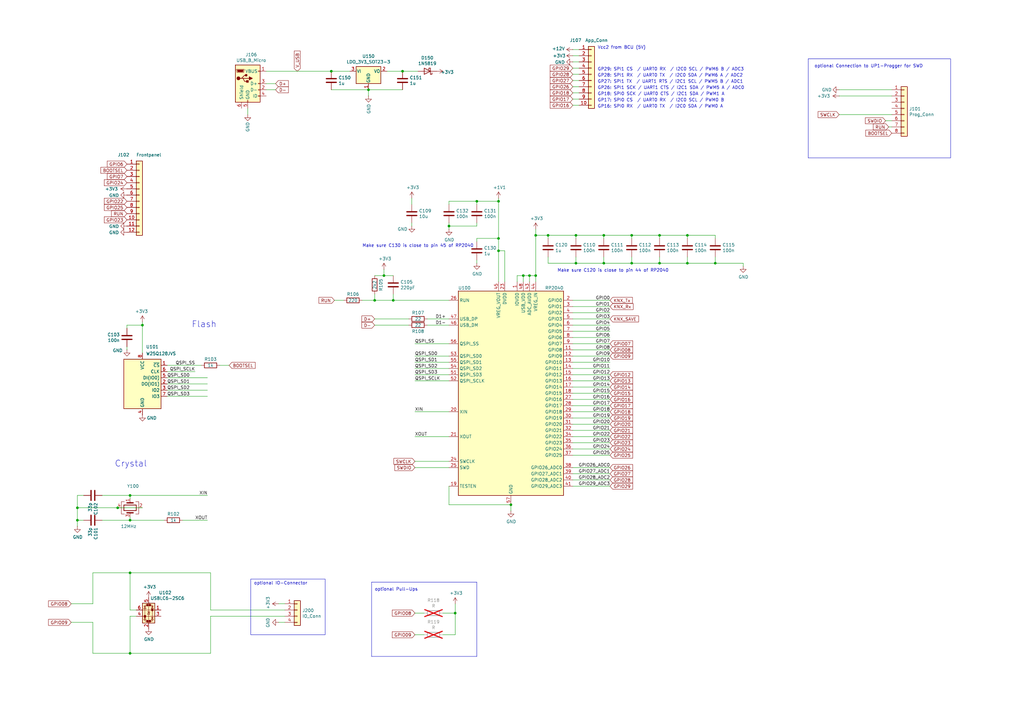
<source format=kicad_sch>
(kicad_sch (version 20231120) (generator "eeschema") (generator_version "8.0")
  (paper "A3")
  (title_block (title "REG1-Controller2040") (date "2024-12-30") (rev "V01.01") (company "OpenKNX") (comment 1 "by Ing-Dom <dom@ing-dom.de>") (comment 2 "OpenKNX Open Hardware under CC BY-NC-SA 4.0") (comment 3 "REG1-Controller with RP2040 and KNX-TP connectivity") (comment 4 "https://OpenKNX.de"))
  (lib_symbols
    (symbol "Connector:USB_B_Micro" (pin_names (offset 1.016))
      (property "Reference" "J" (at -5.08 11.43 0))
      (property "Value" "USB_B_Micro" (at -5.08 8.89 0))
      (symbol "USB_B_Micro_1_1"
        (pin power_out line (at 7.62 5.08 180) (length 2.54) (name "VBUS") (number "1"))
        (pin bidirectional line (at 7.62 -2.54 180) (length 2.54) (name "D-") (number "2"))
        (pin bidirectional line (at 7.62 0 180) (length 2.54) (name "D+") (number "3"))
        (pin passive line (at 7.62 -5.08 180) (length 2.54) (name "ID") (number "4"))
        (pin power_out line (at 0 -10.16 90) (length 2.54) (name "GND") (number "5"))
        (pin passive line (at -2.54 -10.16 90) (length 2.54) (name "Shield") (number "6"))
      )
    )
    (symbol "Connector_Generic:Conn_01x04" (pin_names (offset 1.016) hide)
      (property "Reference" "J" (at 0 5.08 0))
      (property "Value" "Conn_01x04" (at 0 -7.62 0))
      (symbol "Conn_01x04_1_1"
        (pin passive line (at -5.08 2.54 0) (length 3.81) (name "Pin_1") (number "1"))
        (pin passive line (at -5.08 0 0) (length 3.81) (name "Pin_2") (number "2"))
        (pin passive line (at -5.08 -2.54 0) (length 3.81) (name "Pin_3") (number "3"))
        (pin passive line (at -5.08 -5.08 0) (length 3.81) (name "Pin_4") (number "4"))
      )
    )
    (symbol "Connector_Generic:Conn_01x08" (pin_names (offset 1.016) hide)
      (property "Reference" "J" (at 0 10.16 0))
      (property "Value" "Conn_01x08" (at 0 -12.7 0))
      (symbol "Conn_01x08_1_1"
        (pin passive line (at -5.08 7.62 0) (length 3.81) (name "Pin_1") (number "1"))
        (pin passive line (at -5.08 5.08 0) (length 3.81) (name "Pin_2") (number "2"))
        (pin passive line (at -5.08 2.54 0) (length 3.81) (name "Pin_3") (number "3"))
        (pin passive line (at -5.08 0 0) (length 3.81) (name "Pin_4") (number "4"))
        (pin passive line (at -5.08 -2.54 0) (length 3.81) (name "Pin_5") (number "5"))
        (pin passive line (at -5.08 -5.08 0) (length 3.81) (name "Pin_6") (number "6"))
        (pin passive line (at -5.08 -7.62 0) (length 3.81) (name "Pin_7") (number "7"))
        (pin passive line (at -5.08 -10.16 0) (length 3.81) (name "Pin_8") (number "8"))
      )
    )
    (symbol "Connector_Generic:Conn_01x10" (pin_names (offset 1.016) hide)
      (property "Reference" "J" (at 0 12.7 0))
      (property "Value" "Conn_01x10" (at 0 -15.24 0))
      (symbol "Conn_01x10_1_1"
        (pin passive line (at -5.08 10.16 0) (length 3.81) (name "Pin_1") (number "1"))
        (pin passive line (at -5.08 -12.7 0) (length 3.81) (name "Pin_10") (number "10"))
        (pin passive line (at -5.08 7.62 0) (length 3.81) (name "Pin_2") (number "2"))
        (pin passive line (at -5.08 5.08 0) (length 3.81) (name "Pin_3") (number "3"))
        (pin passive line (at -5.08 2.54 0) (length 3.81) (name "Pin_4") (number "4"))
        (pin passive line (at -5.08 0 0) (length 3.81) (name "Pin_5") (number "5"))
        (pin passive line (at -5.08 -2.54 0) (length 3.81) (name "Pin_6") (number "6"))
        (pin passive line (at -5.08 -5.08 0) (length 3.81) (name "Pin_7") (number "7"))
        (pin passive line (at -5.08 -7.62 0) (length 3.81) (name "Pin_8") (number "8"))
        (pin passive line (at -5.08 -10.16 0) (length 3.81) (name "Pin_9") (number "9"))
      )
    )
    (symbol "Connector_Generic:Conn_01x12" (pin_names (offset 1.016) hide)
      (property "Reference" "J" (at 0 15.24 0))
      (property "Value" "Conn_01x12" (at 0 -17.78 0))
      (symbol "Conn_01x12_1_1"
        (pin passive line (at -5.08 12.7 0) (length 3.81) (name "Pin_1") (number "1"))
        (pin passive line (at -5.08 -10.16 0) (length 3.81) (name "Pin_10") (number "10"))
        (pin passive line (at -5.08 -12.7 0) (length 3.81) (name "Pin_11") (number "11"))
        (pin passive line (at -5.08 -15.24 0) (length 3.81) (name "Pin_12") (number "12"))
        (pin passive line (at -5.08 10.16 0) (length 3.81) (name "Pin_2") (number "2"))
        (pin passive line (at -5.08 7.62 0) (length 3.81) (name "Pin_3") (number "3"))
        (pin passive line (at -5.08 5.08 0) (length 3.81) (name "Pin_4") (number "4"))
        (pin passive line (at -5.08 2.54 0) (length 3.81) (name "Pin_5") (number "5"))
        (pin passive line (at -5.08 0 0) (length 3.81) (name "Pin_6") (number "6"))
        (pin passive line (at -5.08 -2.54 0) (length 3.81) (name "Pin_7") (number "7"))
        (pin passive line (at -5.08 -5.08 0) (length 3.81) (name "Pin_8") (number "8"))
        (pin passive line (at -5.08 -7.62 0) (length 3.81) (name "Pin_9") (number "9"))
      )
    )
    (symbol "Device:C" (pin_numbers hide) (pin_names (offset 0.254))
      (property "Reference" "C" (at 0.635 2.54 0))
      (property "Value" "C" (at 0.635 -2.54 0))
      (symbol "C_1_1"
        (pin passive line (at 0 3.81 270) (length 2.794) (name "~") (number "1"))
        (pin passive line (at 0 -3.81 90) (length 2.794) (name "~") (number "2"))
      )
    )
    (symbol "Device:Crystal_GND24" (pin_names (offset 1.016) hide)
      (property "Reference" "Y" (at 3.175 5.08 0))
      (property "Value" "Crystal_GND24" (at 3.175 3.175 0))
      (symbol "Crystal_GND24_1_1"
        (pin passive line (at -3.81 0 0) (length 1.27) (name "1") (number "1"))
        (pin passive line (at 0 5.08 270) (length 1.27) (name "2") (number "2"))
        (pin passive line (at 3.81 0 180) (length 1.27) (name "3") (number "3"))
        (pin passive line (at 0 -5.08 90) (length 1.27) (name "4") (number "4"))
      )
    )
    (symbol "Device:R" (pin_numbers hide) (pin_names (offset 0))
      (property "Reference" "R" (at 2.032 0 90))
      (property "Value" "R" (at 0 0 90))
      (symbol "R_1_1"
        (pin passive line (at 0 3.81 270) (length 1.27) (name "~") (number "1"))
        (pin passive line (at 0 -3.81 90) (length 1.27) (name "~") (number "2"))
      )
    )
    (symbol "Diode:1N5819" (pin_numbers hide) (pin_names (offset 1.016) hide)
      (property "Reference" "D" (at 0 2.54 0))
      (property "Value" "1N5819" (at 0 -2.54 0))
      (symbol "1N5819_1_1"
        (pin passive line (at -3.81 0 0) (length 2.54) (name "K") (number "1"))
        (pin passive line (at 3.81 0 180) (length 2.54) (name "A") (number "2"))
      )
    )
    (symbol "MCU_RaspberryPi:RP2040"
      (property "Reference" "U" (at 17.78 45.72 0))
      (property "Value" "RP2040" (at 17.78 43.18 0))
      (symbol "RP2040_1_1"
        (pin power_in line (at 2.54 45.72 270) (length 3.81) (name "IOVDD") (number "1"))
        (pin passive line (at 2.54 45.72 270) (length 3.81) hide (name "IOVDD") (number "10"))
        (pin bidirectional line (at 25.4 17.78 180) (length 3.81) (name "GPIO8") (number "11"))
        (pin bidirectional line (at 25.4 15.24 180) (length 3.81) (name "GPIO9") (number "12"))
        (pin bidirectional line (at 25.4 12.7 180) (length 3.81) (name "GPIO10") (number "13"))
        (pin bidirectional line (at 25.4 10.16 180) (length 3.81) (name "GPIO11") (number "14"))
        (pin bidirectional line (at 25.4 7.62 180) (length 3.81) (name "GPIO12") (number "15"))
        (pin bidirectional line (at 25.4 5.08 180) (length 3.81) (name "GPIO13") (number "16"))
        (pin bidirectional line (at 25.4 2.54 180) (length 3.81) (name "GPIO14") (number "17"))
        (pin bidirectional line (at 25.4 0 180) (length 3.81) (name "GPIO15") (number "18"))
        (pin input line (at -25.4 -38.1 0) (length 3.81) (name "TESTEN") (number "19"))
        (pin bidirectional line (at 25.4 38.1 180) (length 3.81) (name "GPIO0") (number "2"))
        (pin input line (at -25.4 -7.62 0) (length 3.81) (name "XIN") (number "20"))
        (pin passive line (at -25.4 -17.78 0) (length 3.81) (name "XOUT") (number "21"))
        (pin passive line (at 2.54 45.72 270) (length 3.81) hide (name "IOVDD") (number "22"))
        (pin power_in line (at -2.54 45.72 270) (length 3.81) (name "DVDD") (number "23"))
        (pin input line (at -25.4 -27.94 0) (length 3.81) (name "SWCLK") (number "24"))
        (pin bidirectional line (at -25.4 -30.48 0) (length 3.81) (name "SWD") (number "25"))
        (pin input line (at -25.4 38.1 0) (length 3.81) (name "RUN") (number "26"))
        (pin bidirectional line (at 25.4 -2.54 180) (length 3.81) (name "GPIO16") (number "27"))
        (pin bidirectional line (at 25.4 -5.08 180) (length 3.81) (name "GPIO17") (number "28"))
        (pin bidirectional line (at 25.4 -7.62 180) (length 3.81) (name "GPIO18") (number "29"))
        (pin bidirectional line (at 25.4 35.56 180) (length 3.81) (name "GPIO1") (number "3"))
        (pin bidirectional line (at 25.4 -10.16 180) (length 3.81) (name "GPIO19") (number "30"))
        (pin bidirectional line (at 25.4 -12.7 180) (length 3.81) (name "GPIO20") (number "31"))
        (pin bidirectional line (at 25.4 -15.24 180) (length 3.81) (name "GPIO21") (number "32"))
        (pin passive line (at 2.54 45.72 270) (length 3.81) hide (name "IOVDD") (number "33"))
        (pin bidirectional line (at 25.4 -17.78 180) (length 3.81) (name "GPIO22") (number "34"))
        (pin bidirectional line (at 25.4 -20.32 180) (length 3.81) (name "GPIO23") (number "35"))
        (pin bidirectional line (at 25.4 -22.86 180) (length 3.81) (name "GPIO24") (number "36"))
        (pin bidirectional line (at 25.4 -25.4 180) (length 3.81) (name "GPIO25") (number "37"))
        (pin bidirectional line (at 25.4 -30.48 180) (length 3.81) (name "GPIO26_ADC0") (number "38"))
        (pin bidirectional line (at 25.4 -33.02 180) (length 3.81) (name "GPIO27_ADC1") (number "39"))
        (pin bidirectional line (at 25.4 33.02 180) (length 3.81) (name "GPIO2") (number "4"))
        (pin bidirectional line (at 25.4 -35.56 180) (length 3.81) (name "GPIO28_ADC2") (number "40"))
        (pin bidirectional line (at 25.4 -38.1 180) (length 3.81) (name "GPIO29_ADC3") (number "41"))
        (pin passive line (at 2.54 45.72 270) (length 3.81) hide (name "IOVDD") (number "42"))
        (pin power_in line (at 7.62 45.72 270) (length 3.81) (name "ADC_AVDD") (number "43"))
        (pin power_in line (at 10.16 45.72 270) (length 3.81) (name "VREG_IN") (number "44"))
        (pin power_out line (at -5.08 45.72 270) (length 3.81) (name "VREG_VOUT") (number "45"))
        (pin bidirectional line (at -25.4 27.94 0) (length 3.81) (name "USB_DM") (number "46"))
        (pin bidirectional line (at -25.4 30.48 0) (length 3.81) (name "USB_DP") (number "47"))
        (pin power_in line (at 5.08 45.72 270) (length 3.81) (name "USB_VDD") (number "48"))
        (pin passive line (at 2.54 45.72 270) (length 3.81) hide (name "IOVDD") (number "49"))
        (pin bidirectional line (at 25.4 30.48 180) (length 3.81) (name "GPIO3") (number "5"))
        (pin passive line (at -2.54 45.72 270) (length 3.81) hide (name "DVDD") (number "50"))
        (pin bidirectional line (at -25.4 7.62 0) (length 3.81) (name "QSPI_SD3") (number "51"))
        (pin output line (at -25.4 5.08 0) (length 3.81) (name "QSPI_SCLK") (number "52"))
        (pin bidirectional line (at -25.4 15.24 0) (length 3.81) (name "QSPI_SD0") (number "53"))
        (pin bidirectional line (at -25.4 10.16 0) (length 3.81) (name "QSPI_SD2") (number "54"))
        (pin bidirectional line (at -25.4 12.7 0) (length 3.81) (name "QSPI_SD1") (number "55"))
        (pin bidirectional line (at -25.4 20.32 0) (length 3.81) (name "QSPI_SS") (number "56"))
        (pin power_in line (at 0 -45.72 90) (length 3.81) (name "GND") (number "57"))
        (pin bidirectional line (at 25.4 27.94 180) (length 3.81) (name "GPIO4") (number "6"))
        (pin bidirectional line (at 25.4 25.4 180) (length 3.81) (name "GPIO5") (number "7"))
        (pin bidirectional line (at 25.4 22.86 180) (length 3.81) (name "GPIO6") (number "8"))
        (pin bidirectional line (at 25.4 20.32 180) (length 3.81) (name "GPIO7") (number "9"))
      )
    )
    (symbol "Memory_Flash:W25Q128JVS"
      (property "Reference" "U" (at -6.35 11.43 0))
      (property "Value" "W25Q128JVS" (at 7.62 11.43 0))
      (symbol "W25Q128JVS_1_1"
        (pin input line (at -10.16 7.62 0) (length 2.54) (name "~{CS}") (number "1"))
        (pin bidirectional line (at -10.16 0 0) (length 2.54) (name "DO(IO1)") (number "2"))
        (pin bidirectional line (at -10.16 -2.54 0) (length 2.54) (name "IO2") (number "3"))
        (pin power_in line (at 0 -12.7 90) (length 2.54) (name "GND") (number "4"))
        (pin bidirectional line (at -10.16 2.54 0) (length 2.54) (name "DI(IO0)") (number "5"))
        (pin input line (at -10.16 5.08 0) (length 2.54) (name "CLK") (number "6"))
        (pin bidirectional line (at -10.16 -5.08 0) (length 2.54) (name "IO3") (number "7"))
        (pin power_in line (at 0 12.7 270) (length 2.54) (name "VCC") (number "8"))
      )
    )
    (symbol "Power_Protection:USBLC6-2SC6" (pin_names hide)
      (property "Reference" "U" (at 0.635 5.715 0))
      (property "Value" "USBLC6-2SC6" (at 0.635 3.81 0))
      (symbol "USBLC6-2SC6_1_1"
        (pin passive line (at -5.08 0 0) (length 2.54) (name "I/O1") (number "1"))
        (pin passive line (at 0 -7.62 90) (length 2.54) (name "GND") (number "2"))
        (pin passive line (at -5.08 -2.54 0) (length 2.54) (name "I/O2") (number "3"))
        (pin passive line (at 5.08 -2.54 180) (length 2.54) (name "I/O2") (number "4"))
        (pin passive line (at 0 5.08 270) (length 2.54) (name "VBUS") (number "5"))
        (pin passive line (at 5.08 0 180) (length 2.54) (name "I/O1") (number "6"))
      )
    )
    (symbol "Regulator_Linear:MCP1700x-120xxTT" (pin_names (offset 0.254))
      (property "Reference" "U" (at -3.81 3.175 0))
      (property "Value" "MCP1700x-120xxTT" (at 0 3.175 0))
      (symbol "MCP1700x-120xxTT_1_1"
        (pin power_in line (at 0 -7.62 90) (length 2.54) (name "GND") (number "1"))
        (pin power_out line (at 7.62 0 180) (length 2.54) (name "VO") (number "2"))
        (pin power_in line (at -7.62 0 0) (length 2.54) (name "VI") (number "3"))
      )
    )
    (symbol "power:+12V" (power) (pin_numbers hide) (pin_names (offset 0) hide)
      (property "Value" "+12V" (at 0 3.556 0))
      (symbol "+12V_1_1"
        (pin power_in line (at 0 0 90) (length 0) (name "~") (number "1"))
      )
    )
    (symbol "power:+1V1" (power) (pin_numbers hide) (pin_names (offset 0) hide)
      (property "Value" "+1V1" (at 0 3.556 0))
      (symbol "+1V1_1_1"
        (pin power_in line (at 0 0 90) (length 0) (name "~") (number "1"))
      )
    )
    (symbol "power:+3V3" (power) (pin_numbers hide) (pin_names (offset 0) hide)
      (property "Value" "+3V3" (at 0 3.556 0))
      (symbol "+3V3_1_1"
        (pin power_in line (at 0 0 90) (length 0) (name "~") (number "1"))
      )
    )
    (symbol "power:GND" (power) (pin_numbers hide) (pin_names (offset 0) hide)
      (property "Value" "GND" (at 0 -3.81 0))
      (symbol "GND_1_1"
        (pin power_in line (at 0 0 270) (length 0) (name "~") (number "1"))
      )
    )
  )
  (junction (at 161.29 123.19))
  (junction (at 195.58 82.55))
  (junction (at 204.47 97.79))
  (junction (at 48.26 208.28))
  (junction (at 58.42 133.35))
  (junction (at 31.75 213.36))
  (junction (at 204.47 102.87))
  (junction (at 135.89 29.21))
  (junction (at 165.1 29.21))
  (junction (at 214.63 113.03))
  (junction (at 236.22 107.95))
  (junction (at 53.34 267.97))
  (junction (at 293.37 107.95))
  (junction (at 259.08 96.52))
  (junction (at 270.51 107.95))
  (junction (at 270.51 96.52))
  (junction (at 281.94 96.52))
  (junction (at 53.34 234.95))
  (junction (at 204.47 82.55))
  (junction (at 184.15 92.71))
  (junction (at 31.75 208.28))
  (junction (at 219.71 113.03))
  (junction (at 153.67 123.19))
  (junction (at 259.08 107.95))
  (junction (at 247.65 96.52))
  (junction (at 209.55 207.01))
  (junction (at 224.79 96.52))
  (junction (at 219.71 96.52))
  (junction (at 157.48 113.03))
  (junction (at 236.22 96.52))
  (junction (at 53.34 203.2))
  (junction (at 186.69 251.46))
  (junction (at 281.94 107.95))
  (junction (at 53.34 213.36))
  (junction (at 151.13 36.83))
  (junction (at 217.17 113.03))
  (junction (at 247.65 107.95))
  (wire (pts (xy 184.15 140.97) (xy 170.18 140.97)))
  (wire (pts (xy 293.37 107.95) (xy 281.94 107.95)))
  (wire (pts (xy 234.95 146.05) (xy 250.19 146.05)))
  (wire (pts (xy 224.79 96.52) (xy 224.79 97.79)))
  (wire (pts (xy 234.95 151.13) (xy 250.19 151.13)))
  (wire (pts (xy 204.47 82.55) (xy 204.47 97.79)))
  (wire (pts (xy 184.15 189.23) (xy 170.18 189.23)))
  (wire (pts (xy 234.95 184.15) (xy 250.19 184.15)))
  (wire (pts (xy 224.79 107.95) (xy 224.79 105.41)))
  (wire (pts (xy 281.94 96.52) (xy 293.37 96.52)))
  (wire (pts (xy 234.95 158.75) (xy 250.19 158.75)))
  (wire (pts (xy 270.51 105.41) (xy 270.51 107.95)))
  (wire (pts (xy 184.15 92.71) (xy 184.15 93.98)))
  (wire (pts (xy 204.47 81.28) (xy 204.47 82.55)))
  (wire (pts (xy 29.21 255.27) (xy 38.1 255.27)))
  (wire (pts (xy 184.15 83.82) (xy 184.15 82.55)))
  (wire (pts (xy 38.1 267.97) (xy 53.34 267.97)))
  (wire (pts (xy 247.65 97.79) (xy 247.65 96.52)))
  (wire (pts (xy 247.65 107.95) (xy 236.22 107.95)))
  (wire (pts (xy 247.65 105.41) (xy 247.65 107.95)))
  (wire (pts (xy 52.07 134.62) (xy 52.07 133.35)))
  (wire (pts (xy 38.1 234.95) (xy 53.34 234.95)))
  (wire (pts (xy 116.84 250.19) (xy 86.36 250.19)))
  (wire (pts (xy 234.95 25.4) (xy 237.49 25.4)))
  (wire (pts (xy 31.75 208.28) (xy 31.75 213.36)))
  (wire (pts (xy 234.95 181.61) (xy 250.19 181.61)))
  (wire (pts (xy 53.34 212.09) (xy 53.34 213.36)))
  (wire (pts (xy 207.01 115.57) (xy 207.01 102.87)))
  (wire (pts (xy 270.51 96.52) (xy 281.94 96.52)))
  (wire (pts (xy 148.59 123.19) (xy 153.67 123.19)))
  (wire (pts (xy 234.95 38.1) (xy 237.49 38.1)))
  (wire (pts (xy 168.91 81.28) (xy 168.91 83.82)))
  (wire (pts (xy 31.75 213.36) (xy 31.75 215.9)))
  (wire (pts (xy 234.95 161.29) (xy 250.19 161.29)))
  (wire (pts (xy 86.36 250.19) (xy 86.36 234.95)))
  (wire (pts (xy 234.95 179.07) (xy 250.19 179.07)))
  (wire (pts (xy 259.08 97.79) (xy 259.08 96.52)))
  (wire (pts (xy 168.91 91.44) (xy 168.91 92.71)))
  (wire (pts (xy 53.34 267.97) (xy 86.36 267.97)))
  (polyline (pts (xy 195.58 238.76) (xy 195.58 269.24)))
  (wire (pts (xy 344.17 39.37) (xy 365.76 39.37)))
  (wire (pts (xy 234.95 166.37) (xy 250.19 166.37)))
  (wire (pts (xy 195.58 83.82) (xy 195.58 82.55)))
  (wire (pts (xy 234.95 125.73) (xy 250.19 125.73)))
  (wire (pts (xy 234.95 191.77) (xy 250.19 191.77)))
  (wire (pts (xy 58.42 132.08) (xy 58.42 133.35)))
  (wire (pts (xy 195.58 99.06) (xy 195.58 97.79)))
  (wire (pts (xy 237.49 30.48) (xy 234.95 30.48)))
  (wire (pts (xy 281.94 105.41) (xy 281.94 107.95)))
  (wire (pts (xy 170.18 148.59) (xy 184.15 148.59)))
  (wire (pts (xy 270.51 97.79) (xy 270.51 96.52)))
  (wire (pts (xy 214.63 113.03) (xy 212.09 113.03)))
  (wire (pts (xy 217.17 115.57) (xy 217.17 113.03)))
  (wire (pts (xy 143.51 29.21) (xy 135.89 29.21)))
  (wire (pts (xy 195.58 97.79) (xy 204.47 97.79)))
  (wire (pts (xy 234.95 40.64) (xy 237.49 40.64)))
  (wire (pts (xy 53.34 213.36) (xy 67.31 213.36)))
  (wire (pts (xy 41.91 213.36) (xy 53.34 213.36)))
  (wire (pts (xy 281.94 107.95) (xy 270.51 107.95)))
  (wire (pts (xy 234.95 143.51) (xy 250.19 143.51)))
  (wire (pts (xy 234.95 128.27) (xy 250.19 128.27)))
  (wire (pts (xy 52.07 133.35) (xy 58.42 133.35)))
  (wire (pts (xy 259.08 96.52) (xy 270.51 96.52)))
  (wire (pts (xy 158.75 29.21) (xy 165.1 29.21)))
  (wire (pts (xy 184.15 91.44) (xy 184.15 92.71)))
  (wire (pts (xy 173.99 260.35) (xy 170.18 260.35)))
  (wire (pts (xy 234.95 20.32) (xy 237.49 20.32)))
  (wire (pts (xy 234.95 186.69) (xy 250.19 186.69)))
  (wire (pts (xy 186.69 260.35) (xy 186.69 251.46)))
  (wire (pts (xy 181.61 251.46) (xy 186.69 251.46)))
  (wire (pts (xy 219.71 113.03) (xy 219.71 115.57)))
  (wire (pts (xy 234.95 176.53) (xy 250.19 176.53)))
  (wire (pts (xy 236.22 107.95) (xy 224.79 107.95)))
  (wire (pts (xy 170.18 151.13) (xy 184.15 151.13)))
  (wire (pts (xy 52.07 142.24) (xy 52.07 143.51)))
  (wire (pts (xy 48.26 208.28) (xy 31.75 208.28)))
  (wire (pts (xy 344.17 36.83) (xy 365.76 36.83)))
  (wire (pts (xy 184.15 92.71) (xy 195.58 92.71)))
  (wire (pts (xy 137.16 123.19) (xy 140.97 123.19)))
  (wire (pts (xy 53.34 203.2) (xy 85.09 203.2)))
  (wire (pts (xy 85.09 157.48) (xy 68.58 157.48)))
  (wire (pts (xy 116.84 247.65) (xy 114.3 247.65)))
  (wire (pts (xy 234.95 133.35) (xy 250.19 133.35)))
  (wire (pts (xy 53.34 234.95) (xy 86.36 234.95)))
  (wire (pts (xy 167.64 130.81) (xy 153.67 130.81)))
  (wire (pts (xy 85.09 154.94) (xy 68.58 154.94)))
  (wire (pts (xy 171.45 29.21) (xy 165.1 29.21)))
  (wire (pts (xy 55.88 250.19) (xy 53.34 250.19)))
  (wire (pts (xy 293.37 105.41) (xy 293.37 107.95)))
  (wire (pts (xy 184.15 156.21) (xy 170.18 156.21)))
  (wire (pts (xy 109.22 34.29) (xy 113.03 34.29)))
  (wire (pts (xy 86.36 252.73) (xy 116.84 252.73)))
  (wire (pts (xy 234.95 196.85) (xy 250.19 196.85)))
  (wire (pts (xy 344.17 46.99) (xy 365.76 46.99)))
  (wire (pts (xy 153.67 120.65) (xy 153.67 123.19)))
  (wire (pts (xy 58.42 133.35) (xy 58.42 144.78)))
  (wire (pts (xy 234.95 199.39) (xy 250.19 199.39)))
  (wire (pts (xy 217.17 113.03) (xy 219.71 113.03)))
  (wire (pts (xy 157.48 110.49) (xy 157.48 113.03)))
  (wire (pts (xy 58.42 208.28) (xy 48.26 208.28)))
  (wire (pts (xy 217.17 113.03) (xy 214.63 113.03)))
  (wire (pts (xy 29.21 247.65) (xy 38.1 247.65)))
  (wire (pts (xy 109.22 29.21) (xy 135.89 29.21)))
  (wire (pts (xy 85.09 160.02) (xy 68.58 160.02)))
  (wire (pts (xy 153.67 123.19) (xy 161.29 123.19)))
  (wire (pts (xy 270.51 107.95) (xy 259.08 107.95)))
  (wire (pts (xy 234.95 33.02) (xy 237.49 33.02)))
  (wire (pts (xy 204.47 97.79) (xy 204.47 102.87)))
  (wire (pts (xy 234.95 148.59) (xy 250.19 148.59)))
  (wire (pts (xy 170.18 251.46) (xy 173.99 251.46)))
  (wire (pts (xy 204.47 102.87) (xy 204.47 115.57)))
  (wire (pts (xy 234.95 163.83) (xy 250.19 163.83)))
  (wire (pts (xy 234.95 156.21) (xy 250.19 156.21)))
  (wire (pts (xy 153.67 133.35) (xy 167.64 133.35)))
  (wire (pts (xy 207.01 102.87) (xy 204.47 102.87)))
  (wire (pts (xy 161.29 113.03) (xy 157.48 113.03)))
  (wire (pts (xy 157.48 113.03) (xy 153.67 113.03)))
  (wire (pts (xy 55.88 252.73) (xy 53.34 252.73)))
  (wire (pts (xy 184.15 179.07) (xy 170.18 179.07)))
  (wire (pts (xy 170.18 168.91) (xy 184.15 168.91)))
  (wire (pts (xy 293.37 107.95) (xy 304.8 107.95)))
  (wire (pts (xy 161.29 123.19) (xy 184.15 123.19)))
  (wire (pts (xy 74.93 213.36) (xy 85.09 213.36)))
  (wire (pts (xy 80.01 152.4) (xy 68.58 152.4)))
  (wire (pts (xy 53.34 252.73) (xy 53.34 267.97)))
  (wire (pts (xy 101.6 44.45) (xy 101.6 46.99)))
  (wire (pts (xy 86.36 267.97) (xy 86.36 252.73)))
  (wire (pts (xy 219.71 93.98) (xy 219.71 96.52)))
  (wire (pts (xy 363.22 49.53) (xy 365.76 49.53)))
  (wire (pts (xy 304.8 107.95) (xy 304.8 109.22)))
  (wire (pts (xy 237.49 43.18) (xy 234.95 43.18)))
  (wire (pts (xy 113.03 36.83) (xy 109.22 36.83)))
  (wire (pts (xy 224.79 96.52) (xy 236.22 96.52)))
  (wire (pts (xy 41.91 203.2) (xy 53.34 203.2)))
  (wire (pts (xy 85.09 162.56) (xy 68.58 162.56)))
  (wire (pts (xy 195.58 82.55) (xy 204.47 82.55)))
  (wire (pts (xy 151.13 36.83) (xy 165.1 36.83)))
  (wire (pts (xy 209.55 207.01) (xy 209.55 209.55)))
  (wire (pts (xy 209.55 207.01) (xy 184.15 207.01)))
  (polyline (pts (xy 152.4 238.76) (xy 195.58 238.76)))
  (wire (pts (xy 234.95 123.19) (xy 250.19 123.19)))
  (wire (pts (xy 236.22 97.79) (xy 236.22 96.52)))
  (wire (pts (xy 237.49 35.56) (xy 234.95 35.56)))
  (wire (pts (xy 212.09 113.03) (xy 212.09 115.57)))
  (wire (pts (xy 161.29 120.65) (xy 161.29 123.19)))
  (polyline (pts (xy 152.4 269.24) (xy 152.4 238.76)))
  (wire (pts (xy 31.75 203.2) (xy 31.75 208.28)))
  (wire (pts (xy 234.95 140.97) (xy 250.19 140.97)))
  (wire (pts (xy 234.95 194.31) (xy 250.19 194.31)))
  (wire (pts (xy 234.95 22.86) (xy 237.49 22.86)))
  (wire (pts (xy 219.71 96.52) (xy 219.71 113.03)))
  (wire (pts (xy 259.08 107.95) (xy 247.65 107.95)))
  (wire (pts (xy 234.95 153.67) (xy 250.19 153.67)))
  (wire (pts (xy 234.95 138.43) (xy 250.19 138.43)))
  (wire (pts (xy 53.34 250.19) (xy 53.34 234.95)))
  (wire (pts (xy 234.95 130.81) (xy 250.19 130.81)))
  (polyline (pts (xy 195.58 269.24) (xy 152.4 269.24)))
  (wire (pts (xy 170.18 146.05) (xy 184.15 146.05)))
  (wire (pts (xy 170.18 153.67) (xy 184.15 153.67)))
  (wire (pts (xy 34.29 213.36) (xy 31.75 213.36)))
  (wire (pts (xy 184.15 207.01) (xy 184.15 199.39)))
  (wire (pts (xy 236.22 96.52) (xy 247.65 96.52)))
  (wire (pts (xy 214.63 113.03) (xy 214.63 115.57)))
  (wire (pts (xy 195.58 92.71) (xy 195.58 91.44)))
  (wire (pts (xy 236.22 105.41) (xy 236.22 107.95)))
  (wire (pts (xy 53.34 204.47) (xy 53.34 203.2)))
  (wire (pts (xy 364.49 52.07) (xy 365.76 52.07)))
  (wire (pts (xy 186.69 251.46) (xy 186.69 247.65)))
  (wire (pts (xy 281.94 97.79) (xy 281.94 96.52)))
  (wire (pts (xy 151.13 36.83) (xy 151.13 39.37)))
  (wire (pts (xy 82.55 149.86) (xy 68.58 149.86)))
  (wire (pts (xy 175.26 133.35) (xy 184.15 133.35)))
  (wire (pts (xy 293.37 97.79) (xy 293.37 96.52)))
  (wire (pts (xy 184.15 191.77) (xy 170.18 191.77)))
  (wire (pts (xy 175.26 130.81) (xy 184.15 130.81)))
  (wire (pts (xy 184.15 82.55) (xy 195.58 82.55)))
  (wire (pts (xy 234.95 171.45) (xy 250.19 171.45)))
  (wire (pts (xy 116.84 255.27) (xy 114.3 255.27)))
  (wire (pts (xy 259.08 105.41) (xy 259.08 107.95)))
  (wire (pts (xy 234.95 135.89) (xy 250.19 135.89)))
  (wire (pts (xy 234.95 168.91) (xy 250.19 168.91)))
  (wire (pts (xy 195.58 106.68) (xy 195.58 107.95)))
  (wire (pts (xy 181.61 260.35) (xy 186.69 260.35)))
  (wire (pts (xy 38.1 255.27) (xy 38.1 267.97)))
  (wire (pts (xy 219.71 96.52) (xy 224.79 96.52)))
  (wire (pts (xy 234.95 173.99) (xy 250.19 173.99)))
  (wire (pts (xy 34.29 203.2) (xy 31.75 203.2)))
  (wire (pts (xy 93.98 149.86) (xy 90.17 149.86)))
  (wire (pts (xy 247.65 96.52) (xy 259.08 96.52)))
  (wire (pts (xy 234.95 27.94) (xy 237.49 27.94)))
  (wire (pts (xy 135.89 36.83) (xy 151.13 36.83)))
  (wire (pts (xy 38.1 234.95) (xy 38.1 247.65)))
  (rectangle (start 102.87 237.49) (end 133.35 260.35))
  (rectangle (start 331.47 24.13) (end 389.89 64.77))
  (text "GP18: SPI0 SCK / UART0 CTS / I2C1 SDA / PWM1 A" (at 245.11 39.37 0) (effects (font (size 1.27 1.27)) (justify left bottom)))
  (text "GP16: SPI0 RX  / UART0 TX  / I2C0 SDA / PWM0 A" (at 245.11 44.45 0) (effects (font (size 1.27 1.27)) (justify left bottom)))
  (text "optional Connection to UP1-Progger for SWD" (at 334.01 27.94 0) (effects (font (size 1.27 1.27)) (justify left bottom)))
  (text "Make sure C130 is close to pin 45 of RP2040" (at 148.59 101.6 0) (effects (font (size 1.27 1.27)) (justify left bottom)))
  (text "GP17: SPI0 CS  / UART0 RX  / I2C0 SCL / PWM0 B" (at 245.11 41.91 0) (effects (font (size 1.27 1.27)) (justify left bottom)))
  (text "Vcc2 from BCU (5V)" (at 245.11 20.32 0) (effects (font (size 1.27 1.27)) (justify left bottom)))
  (text "GP29: SPI1 CS  / UART0 RX  / I2C0 SCL / PWM6 B / ADC3" (at 245.11 29.21 0) (effects (font (size 1.27 1.27)) (justify left bottom)))
  (text "Flash" (at 88.9 134.62 0) (effects (font (size 2.54 2.54)) (justify right bottom)))
  (text "GP28: SPI1 RX  / UART0 TX  / I2C0 SDA / PWM6 A / ADC2" (at 245.11 31.75 0) (effects (font (size 1.27 1.27)) (justify left bottom)))
  (text "GP26: SPI1 SCK / UART1 CTS / I2C1 SDA / PWM5 A / ADC0" (at 245.11 36.83 0) (effects (font (size 1.27 1.27)) (justify left bottom)))
  (text "optional Pull-Ups" (at 153.67 242.57 0) (effects (font (size 1.27 1.27)) (justify left bottom)))
  (text "Crystal" (at 46.99 191.77 0) (effects (font (size 2.54 2.54)) (justify left bottom)))
  (text "GP27: SPI1 TX  / UART1 RTS / I2C1 SCL / PWM5 B / ADC1" (at 245.11 34.29 0) (effects (font (size 1.27 1.27)) (justify left bottom)))
  (text "optional IO-Connector" (at 104.14 240.03 0) (effects (font (size 1.27 1.27)) (justify left bottom)))
  (text "Make sure C120 is close to pin 44 of RP2040" (at 228.6 111.76 0) (effects (font (size 1.27 1.27)) (justify left bottom)))
  (label "GPIO20" (at 250.19 173.99 180))
  (label "GPIO2" (at 250.19 128.27 180))
  (label "D1-" (at 182.88 133.35 180))
  (label "GPIO25" (at 250.19 186.69 180))
  (label "XIN" (at 85.09 203.2 180))
  (label "GPIO1" (at 250.19 125.73 180))
  (label "GPIO26_ADC0" (at 250.19 191.77 180))
  (label "GPIO13" (at 250.19 156.21 180))
  (label "QSPI_SD0" (at 68.58 154.94 0))
  (label "GPIO22" (at 250.19 179.07 180))
  (label "GPIO8" (at 250.19 143.51 180))
  (label "QSPI_SD0" (at 170.18 146.05 0))
  (label "XOUT" (at 85.09 213.36 180))
  (label "GPIO11" (at 250.19 151.13 180))
  (label "GPIO12" (at 250.19 153.67 180))
  (label "XIN" (at 170.18 168.91 0))
  (label "GPIO18" (at 250.19 168.91 180))
  (label "QSPI_SD1" (at 170.18 148.59 0))
  (label "QSPI_SS" (at 80.01 149.86 180))
  (label "GPIO15" (at 250.19 161.29 180))
  (label "XOUT" (at 170.18 179.07 0))
  (label "GPIO29_ADC3" (at 250.19 199.39 180))
  (label "GPIO16" (at 250.19 163.83 180))
  (label "QSPI_SCLK" (at 80.01 152.4 180))
  (label "GPIO21" (at 250.19 176.53 180))
  (label "GPIO24" (at 250.19 184.15 180))
  (label "QSPI_SD2" (at 68.58 160.02 0))
  (label "GPIO10" (at 250.19 148.59 180))
  (label "QSPI_SCLK" (at 170.18 156.21 0))
  (label "QSPI_SD3" (at 170.18 153.67 0))
  (label "GPIO5" (at 250.19 135.89 180))
  (label "GPIO9" (at 250.19 146.05 180))
  (label "GPIO17" (at 250.19 166.37 180))
  (label "QSPI_SD2" (at 170.18 151.13 0))
  (label "GPIO14" (at 250.19 158.75 180))
  (label "QSPI_SS" (at 170.18 140.97 0))
  (label "QSPI_SD1" (at 68.58 157.48 0))
  (label "QSPI_SD3" (at 68.58 162.56 0))
  (label "GPIO23" (at 250.19 181.61 180))
  (label "GPIO19" (at 250.19 171.45 180))
  (label "D1+" (at 182.88 130.81 180))
  (label "GPIO0" (at 250.19 123.19 180))
  (label "GPIO7" (at 250.19 140.97 180))
  (label "GPIO3" (at 250.19 130.81 180))
  (label "GPIO6" (at 250.19 138.43 180))
  (label "GPIO27_ADC1" (at 250.19 194.31 180))
  (label "GPIO4" (at 250.19 133.35 180))
  (label "GPIO28_ADC2" (at 250.19 196.85 180))
  (global_label "D+" (shape input) (at 113.03 34.29 0) (property "Intersheetrefs" "${INTERSHEET_REFS}" (effects (hide yes))))
  (global_label "BOOTSEL" (shape input) (at 365.76 54.61 180) (property "Intersheetrefs" "${INTERSHEET_REFS}" (effects (hide yes))))
  (global_label "GPIO6" (shape input) (at 52.07 67.31 180) (property "Intersheetrefs" "${INTERSHEET_REFS}" (effects (hide yes))))
  (global_label "GPIO13" (shape input) (at 250.19 156.21 0) (property "Intersheetrefs" "${INTERSHEET_REFS}" (effects (hide yes))))
  (global_label "KNX_Tx" (shape input) (at 250.19 123.19 0) (property "Intersheetrefs" "${INTERSHEET_REFS}" (effects (hide yes))))
  (global_label "GPIO15" (shape input) (at 250.19 161.29 0) (property "Intersheetrefs" "${INTERSHEET_REFS}" (effects (hide yes))))
  (global_label "GPIO08" (shape input) (at 250.19 143.51 0) (property "Intersheetrefs" "${INTERSHEET_REFS}" (effects (hide yes))))
  (global_label "RUN" (shape input) (at 137.16 123.19 180) (property "Intersheetrefs" "${INTERSHEET_REFS}" (effects (hide yes))))
  (global_label "GPIO16" (shape input) (at 250.19 163.83 0) (property "Intersheetrefs" "${INTERSHEET_REFS}" (effects (hide yes))))
  (global_label "GPIO24" (shape input) (at 250.19 184.15 0) (property "Intersheetrefs" "${INTERSHEET_REFS}" (effects (hide yes))))
  (global_label "GPIO09" (shape input) (at 170.18 260.35 180) (property "Intersheetrefs" "${INTERSHEET_REFS}" (effects (hide yes))))
  (global_label "BOOTSEL" (shape input) (at 93.98 149.86 0) (property "Intersheetrefs" "${INTERSHEET_REFS}" (effects (hide yes))))
  (global_label "GPIO20" (shape input) (at 250.19 173.99 0) (property "Intersheetrefs" "${INTERSHEET_REFS}" (effects (hide yes))))
  (global_label "GPIO22" (shape input) (at 52.07 82.55 180) (property "Intersheetrefs" "${INTERSHEET_REFS}" (effects (hide yes))))
  (global_label "GPIO24" (shape input) (at 52.07 74.93 180) (property "Intersheetrefs" "${INTERSHEET_REFS}" (effects (hide yes))))
  (global_label "GPIO17" (shape input) (at 250.19 166.37 0) (property "Intersheetrefs" "${INTERSHEET_REFS}" (effects (hide yes))))
  (global_label "D+" (shape input) (at 153.67 130.81 180) (property "Intersheetrefs" "${INTERSHEET_REFS}" (effects (hide yes))))
  (global_label "D-" (shape input) (at 113.03 36.83 0) (property "Intersheetrefs" "${INTERSHEET_REFS}" (effects (hide yes))))
  (global_label "GPIO29" (shape input) (at 234.95 27.94 180) (property "Intersheetrefs" "${INTERSHEET_REFS}" (effects (hide yes))))
  (global_label "GPIO26" (shape input) (at 234.95 35.56 180) (property "Intersheetrefs" "${INTERSHEET_REFS}" (effects (hide yes))))
  (global_label "RUN" (shape input) (at 52.07 87.63 180) (property "Intersheetrefs" "${INTERSHEET_REFS}" (effects (hide yes))))
  (global_label "GPIO27" (shape input) (at 234.95 33.02 180) (property "Intersheetrefs" "${INTERSHEET_REFS}" (effects (hide yes))))
  (global_label "GPIO26" (shape input) (at 250.19 191.77 0) (property "Intersheetrefs" "${INTERSHEET_REFS}" (effects (hide yes))))
  (global_label "GPIO14" (shape input) (at 250.19 158.75 0) (property "Intersheetrefs" "${INTERSHEET_REFS}" (effects (hide yes))))
  (global_label "D-" (shape input) (at 153.67 133.35 180) (property "Intersheetrefs" "${INTERSHEET_REFS}" (effects (hide yes))))
  (global_label "GPIO12" (shape input) (at 250.19 153.67 0) (property "Intersheetrefs" "${INTERSHEET_REFS}" (effects (hide yes))))
  (global_label "GPIO19" (shape input) (at 250.19 171.45 0) (property "Intersheetrefs" "${INTERSHEET_REFS}" (effects (hide yes))))
  (global_label "GPIO16" (shape input) (at 234.95 43.18 180) (property "Intersheetrefs" "${INTERSHEET_REFS}" (effects (hide yes))))
  (global_label "GPIO22" (shape input) (at 250.19 179.07 0) (property "Intersheetrefs" "${INTERSHEET_REFS}" (effects (hide yes))))
  (global_label "GPIO09" (shape input) (at 29.21 255.27 180) (property "Intersheetrefs" "${INTERSHEET_REFS}" (effects (hide yes))))
  (global_label "GPIO08" (shape input) (at 29.21 247.65 180) (property "Intersheetrefs" "${INTERSHEET_REFS}" (effects (hide yes))))
  (global_label "KNX_Rx" (shape input) (at 250.19 125.73 0) (property "Intersheetrefs" "${INTERSHEET_REFS}" (effects (hide yes))))
  (global_label "GPIO23" (shape input) (at 250.19 181.61 0) (property "Intersheetrefs" "${INTERSHEET_REFS}" (effects (hide yes))))
  (global_label "V_USB" (shape input) (at 121.92 29.21 90) (property "Intersheetrefs" "${INTERSHEET_REFS}" (effects (hide yes))))
  (global_label "GPIO08" (shape input) (at 170.18 251.46 180) (property "Intersheetrefs" "${INTERSHEET_REFS}" (effects (hide yes))))
  (global_label "GPIO25" (shape input) (at 52.07 85.09 180) (property "Intersheetrefs" "${INTERSHEET_REFS}" (effects (hide yes))))
  (global_label "GPIO23" (shape input) (at 52.07 90.17 180) (property "Intersheetrefs" "${INTERSHEET_REFS}" (effects (hide yes))))
  (global_label "SWDIO" (shape input) (at 363.22 49.53 180) (property "Intersheetrefs" "${INTERSHEET_REFS}" (effects (hide yes))))
  (global_label "GPIO18" (shape input) (at 250.19 168.91 0) (property "Intersheetrefs" "${INTERSHEET_REFS}" (effects (hide yes))))
  (global_label "BOOTSEL" (shape input) (at 52.07 69.85 180) (property "Intersheetrefs" "${INTERSHEET_REFS}" (effects (hide yes))))
  (global_label "GPIO29" (shape input) (at 250.19 199.39 0) (property "Intersheetrefs" "${INTERSHEET_REFS}" (effects (hide yes))))
  (global_label "GPIO27" (shape input) (at 250.19 194.31 0) (property "Intersheetrefs" "${INTERSHEET_REFS}" (effects (hide yes))))
  (global_label "GPIO07" (shape input) (at 250.19 140.97 0) (property "Intersheetrefs" "${INTERSHEET_REFS}" (effects (hide yes))))
  (global_label "GPIO18" (shape input) (at 234.95 38.1 180) (property "Intersheetrefs" "${INTERSHEET_REFS}" (effects (hide yes))))
  (global_label "KNX_SAVE" (shape input) (at 250.19 130.81 0) (property "Intersheetrefs" "${INTERSHEET_REFS}" (effects (hide yes))))
  (global_label "GPIO25" (shape input) (at 250.19 186.69 0) (property "Intersheetrefs" "${INTERSHEET_REFS}" (effects (hide yes))))
  (global_label "SWDIO" (shape input) (at 170.18 191.77 180) (property "Intersheetrefs" "${INTERSHEET_REFS}" (effects (hide yes))))
  (global_label "GPIO17" (shape input) (at 234.95 40.64 180) (property "Intersheetrefs" "${INTERSHEET_REFS}" (effects (hide yes))))
  (global_label "GPIO7" (shape input) (at 52.07 72.39 180) (property "Intersheetrefs" "${INTERSHEET_REFS}" (effects (hide yes))))
  (global_label "GPIO09" (shape input) (at 250.19 146.05 0) (property "Intersheetrefs" "${INTERSHEET_REFS}" (effects (hide yes))))
  (global_label "GPIO21" (shape input) (at 250.19 176.53 0) (property "Intersheetrefs" "${INTERSHEET_REFS}" (effects (hide yes))))
  (global_label "RUN" (shape input) (at 364.49 52.07 180) (property "Intersheetrefs" "${INTERSHEET_REFS}" (effects (hide yes))))
  (global_label "GPIO28" (shape input) (at 234.95 30.48 180) (property "Intersheetrefs" "${INTERSHEET_REFS}" (effects (hide yes))))
  (global_label "SWCLK" (shape input) (at 344.17 46.99 180) (property "Intersheetrefs" "${INTERSHEET_REFS}" (effects (hide yes))))
  (global_label "SWCLK" (shape input) (at 170.18 189.23 180) (property "Intersheetrefs" "${INTERSHEET_REFS}" (effects (hide yes))))
  (global_label "GPIO28" (shape input) (at 250.19 196.85 0) (property "Intersheetrefs" "${INTERSHEET_REFS}" (effects (hide yes))))
  (symbol (lib_id "Device:C") (at 38.1 203.2 270) (unit 1)
    (property "Reference" "C102" (at 39.2684 206.121 0) (effects (justify left)))
    (property "Value" "33p" (at 36.957 206.121 0) (effects (justify left)))
    (property "Footprint" "Capacitor_SMD:C_0402_1005Metric" (effects (hide yes)))
  )
  (symbol (lib_id "power:GND") (at 31.75 215.9 0) (unit 1)
    (property "Reference" "#PWR02" (effects (hide yes)))
    (property "Value" "GND" (at 31.877 220.2942 0))
    (property "Description" "Power symbol creates a global label with name \"GND\" , ground" (effects (hide yes)))
  )
  (symbol (lib_id "Memory_Flash:W25Q128JVS") (at 58.42 157.48 0) (mirror y) (unit 1)
    (property "Reference" "U101" (at 62.484 142.24 0))
    (property "Value" "W25Q128JVS" (at 66.04 145.034 0))
    (property "Footprint" "Package_SO:SOIC-8_5.23x5.23mm_P1.27mm" (effects (hide yes)))
    (property "Datasheet" "https://www.winbond.com/resource-files/w25q128jv_dtr%20revc%2003272018%20plus.pdf" (effects (hide yes)))
    (property "Description" "128Mb Serial Flash Memory, Standard/Dual/Quad SPI, SOIC-8" (effects (hide yes)))
  )
  (symbol (lib_id "power:+3V3") (at 58.42 132.08 0) (mirror y) (unit 1)
    (property "Reference" "#PWR03" (effects (hide yes)))
    (property "Value" "+3V3" (at 58.039 127.6858 0))
    (property "Description" "Power symbol creates a global label with name \"+3V3\"" (effects (hide yes)))
  )
  (symbol (lib_id "power:GND") (at 58.42 170.18 0) (mirror y) (unit 1)
    (property "Reference" "#PWR04" (effects (hide yes)))
    (property "Value" "GND" (at 62.23 171.45 0))
    (property "Description" "Power symbol creates a global label with name \"GND\" , ground" (effects (hide yes)))
  )
  (symbol (lib_id "Device:R") (at 86.36 149.86 90) (mirror x) (unit 1)
    (property "Reference" "R103" (at 86.36 147.32 90))
    (property "Value" "1k" (at 86.36 149.86 90))
    (property "Footprint" "Resistor_SMD:R_0402_1005Metric" (effects (hide yes)))
  )
  (symbol (lib_id "Device:C") (at 52.07 138.43 0) (mirror y) (unit 1)
    (property "Reference" "C103" (at 49.149 137.2616 0) (effects (justify left)))
    (property "Value" "100n" (at 49.149 139.573 0) (effects (justify left)))
    (property "Footprint" "Capacitor_SMD:C_0402_1005Metric" (effects (hide yes)))
  )
  (symbol (lib_id "power:GND") (at 52.07 143.51 0) (unit 1)
    (property "Reference" "#PWR05" (effects (hide yes)))
    (property "Value" "GND" (at 48.26 143.764 0))
    (property "Description" "Power symbol creates a global label with name \"GND\" , ground" (effects (hide yes)))
  )
  (symbol (lib_id "Device:R") (at 71.12 213.36 270) (unit 1)
    (property "Reference" "R102" (at 71.12 210.82 90))
    (property "Value" "1k" (at 71.12 213.36 90))
    (property "Footprint" "Resistor_SMD:R_0402_1005Metric" (effects (hide yes)))
  )
  (symbol (lib_id "power:GND") (at 344.17 36.83 270) (unit 1)
    (property "Reference" "#PWR018" (effects (hide yes)))
    (property "Value" "GND" (at 339.09 36.83 90))
    (property "Description" "Power symbol creates a global label with name \"GND\" , ground" (effects (hide yes)))
  )
  (symbol (lib_id "power:+3V3") (at 344.17 39.37 90) (unit 1)
    (property "Reference" "#PWR019" (effects (hide yes)))
    (property "Value" "+3V3" (at 337.82 39.37 90))
    (property "Description" "Power symbol creates a global label with name \"+3V3\"" (effects (hide yes)))
  )
  (symbol (lib_id "Device:C") (at 38.1 213.36 270) (unit 1)
    (property "Reference" "C101" (at 39.2684 216.281 0) (effects (justify left)))
    (property "Value" "33p" (at 36.957 216.281 0) (effects (justify left)))
    (property "Footprint" "Capacitor_SMD:C_0402_1005Metric" (effects (hide yes)))
  )
  (symbol (lib_id "Connector_Generic:Conn_01x08") (at 370.84 44.45 0) (unit 1)
    (property "Reference" "J101" (at 372.872 44.6532 0) (effects (justify left)))
    (property "Value" "Prog_Conn" (at 372.872 46.9646 0) (effects (justify left)))
    (property "Footprint" "EasyEDALib:CONN-TH_1.25-8AW_reversed" (effects (hide yes)))
  )
  (symbol (lib_id "Device:Crystal_GND24") (at 53.34 208.28 270) (unit 1)
    (property "Reference" "Y100" (at 52.07 199.39 90) (effects (justify left)))
    (property "Value" "12MHz" (at 49.53 215.9 90) (effects (justify left)))
    (property "Footprint" "Crystal:Crystal_SMD_3225-4Pin_3.2x2.5mm" (effects (hide yes)))
  )
  (symbol (lib_id "Connector:USB_B_Micro") (at 101.6 34.29 0) (unit 1)
    (property "Reference" "J106" (at 103.0478 22.4282 0))
    (property "Value" "USB_B_Micro" (at 103.0478 24.7396 0))
    (property "Footprint" "OpenKNX:USB_Micro-B_JING_C10418" (effects (hide yes)))
    (property "Description" "USB Micro Type B connector" (effects (hide yes)))
  )
  (symbol (lib_id "power:GND") (at 101.6 46.99 0) (unit 1)
    (property "Reference" "#PWR0111" (effects (hide yes)))
    (property "Value" "GND" (at 101.6 52.07 90))
    (property "Description" "Power symbol creates a global label with name \"GND\" , ground" (effects (hide yes)))
  )
  (symbol (lib_id "power:+3V3") (at 186.69 247.65 0) (unit 1)
    (property "Reference" "#PWR0108" (effects (hide yes)))
    (property "Value" "+3V3" (at 187.071 243.2558 0))
    (property "Description" "Power symbol creates a global label with name \"+3V3\"" (effects (hide yes)))
  )
  (symbol (lib_id "Device:R") (at 177.8 251.46 270) (unit 1) (in_bom no) (dnp yes)
    (property "Reference" "R118" (at 177.8 246.2022 90))
    (property "Value" "R" (at 177.8 248.5136 90))
    (property "Footprint" "Resistor_SMD:R_0805_2012Metric_Pad1.20x1.40mm_HandSolder" (effects (hide yes)))
  )
  (symbol (lib_id "Device:R") (at 177.8 260.35 270) (unit 1) (in_bom no) (dnp yes)
    (property "Reference" "R119" (at 177.8 255.0922 90))
    (property "Value" "R" (at 177.8 257.4036 90))
    (property "Footprint" "Resistor_SMD:R_0805_2012Metric_Pad1.20x1.40mm_HandSolder" (effects (hide yes)))
  )
  (symbol (lib_id "Connector_Generic:Conn_01x10") (at 242.57 30.48 0) (unit 1)
    (property "Reference" "J107" (at 233.68 16.51 0) (effects (justify left)))
    (property "Value" "App_Conn" (at 240.03 16.51 0) (effects (justify left)))
    (property "Footprint" "Connector_PinHeader_2.54mm:PinHeader_1x10_P2.54mm_Vertical" (effects (hide yes)))
  )
  (symbol (lib_id "power:+12V") (at 234.95 20.32 90) (unit 1)
    (property "Reference" "#PWR0113" (effects (hide yes)))
    (property "Value" "+12V" (at 231.6988 19.939 90) (effects (justify left)))
    (property "Description" "Power symbol creates a global label with name \"+12V\"" (effects (hide yes)))
  )
  (symbol (lib_id "power:GND") (at 234.95 25.4 270) (unit 1)
    (property "Reference" "#PWR0114" (effects (hide yes)))
    (property "Value" "GND" (at 231.6988 25.527 90) (effects (justify right)))
    (property "Description" "Power symbol creates a global label with name \"GND\" , ground" (effects (hide yes)))
  )
  (symbol (lib_id "Regulator_Linear:MCP1700x-120xxTT") (at 151.13 29.21 0) (unit 1)
    (property "Reference" "U150" (at 151.13 23.0632 0))
    (property "Value" "LDO_3V3_SOT23-3" (at 151.13 25.3746 0))
    (property "Footprint" "Package_TO_SOT_SMD:SOT-23" (effects (hide yes)))
    (property "Description" "LDO, SOT-23" (effects (hide yes)))
  )
  (symbol (lib_id "Device:C") (at 165.1 33.02 0) (unit 1)
    (property "Reference" "C151" (at 168.021 31.8516 0) (effects (justify left)))
    (property "Value" "1u" (at 168.021 34.163 0) (effects (justify left)))
    (property "Footprint" "Capacitor_SMD:C_0402_1005Metric" (effects (hide yes)))
  )
  (symbol (lib_id "Device:C") (at 135.89 33.02 0) (unit 1)
    (property "Reference" "C150" (at 138.811 31.8516 0) (effects (justify left)))
    (property "Value" "1u" (at 138.811 34.163 0) (effects (justify left)))
    (property "Footprint" "Capacitor_SMD:C_0402_1005Metric" (effects (hide yes)))
  )
  (symbol (lib_id "power:GND") (at 151.13 39.37 0) (unit 1)
    (property "Reference" "#PWR0116" (effects (hide yes)))
    (property "Value" "GND" (at 151.257 42.6212 90) (effects (justify right)))
    (property "Description" "Power symbol creates a global label with name \"GND\" , ground" (effects (hide yes)))
  )
  (symbol (lib_id "Connector_Generic:Conn_01x04") (at 121.92 250.19 0) (unit 1)
    (property "Reference" "J200" (at 123.952 250.3932 0) (effects (justify left)))
    (property "Value" "IO_Conn" (at 123.952 252.7046 0) (effects (justify left)))
    (property "Footprint" "Connector_Phoenix_MC:PhoenixContact_MC_1,5_4-G-3.5_1x04_P3.50mm_Horizontal" (effects (hide yes)))
  )
  (symbol (lib_id "Power_Protection:USBLC6-2SC6") (at 60.96 250.19 0) (mirror y) (unit 1)
    (property "Reference" "U102" (at 70.358 243.078 0) (effects (justify left)))
    (property "Value" "USBLC6-2SC6" (at 75.692 245.364 0) (effects (justify left)))
    (property "Footprint" "Package_TO_SOT_SMD:SOT-23-6" (effects (hide yes)))
    (property "Datasheet" "http://www2.st.com/resource/en/datasheet/CD00050750.pdf" (effects (hide yes)))
  )
  (symbol (lib_id "power:GND") (at 60.96 257.81 0) (unit 1)
    (property "Reference" "#PWR0104" (effects (hide yes)))
    (property "Value" "GND" (at 61.087 262.2042 0))
    (property "Description" "Power symbol creates a global label with name \"GND\" , ground" (effects (hide yes)))
  )
  (symbol (lib_id "power:GND") (at 114.3 255.27 270) (unit 1)
    (property "Reference" "#PWR0105" (effects (hide yes)))
    (property "Value" "GND" (at 109.9058 255.397 0))
    (property "Description" "Power symbol creates a global label with name \"GND\" , ground" (effects (hide yes)))
  )
  (symbol (lib_id "power:+3V3") (at 114.3 247.65 90) (unit 1)
    (property "Reference" "#PWR0106" (effects (hide yes)))
    (property "Value" "+3V3" (at 109.9058 247.269 0))
    (property "Description" "Power symbol creates a global label with name \"+3V3\"" (effects (hide yes)))
  )
  (symbol (lib_id "power:+3V3") (at 60.96 245.11 0) (unit 1)
    (property "Reference" "#PWR0107" (effects (hide yes)))
    (property "Value" "+3V3" (at 61.341 240.7158 0))
    (property "Description" "Power symbol creates a global label with name \"+3V3\"" (effects (hide yes)))
  )
  (symbol (lib_id "Diode:1N5819") (at 175.26 29.21 180) (unit 1)
    (property "Reference" "D150" (at 175.26 23.7236 0))
    (property "Value" "1N5819" (at 175.26 26.035 0))
    (property "Footprint" "Diode_SMD:D_SOD-323" (effects (hide yes)))
    (property "Datasheet" "http://www.vishay.com/docs/88525/1n5817.pdf" (effects (hide yes)))
  )
  (symbol (lib_id "power:GND") (at 195.58 107.95 0) (unit 1)
    (property "Reference" "#PWR010" (effects (hide yes)))
    (property "Value" "GND" (at 195.707 112.3442 0))
    (property "Description" "Power symbol creates a global label with name \"GND\" , ground" (effects (hide yes)))
    (instances (project "REG1-IpController2040" (path "" (reference "#PWR010") (unit 1))) (project "REG1-Controller2040" (path "" (reference "#PWR022") (unit 1))))
  )
  (symbol (lib_id "power:+3V3") (at 219.71 93.98 0) (unit 1)
    (property "Reference" "#PWR014" (effects (hide yes)))
    (property "Value" "+3V3" (at 220.091 89.5858 0))
    (property "Description" "Power symbol creates a global label with name \"+3V3\"" (effects (hide yes)))
    (instances (project "REG1-IpController2040" (path "" (reference "#PWR014") (unit 1))) (project "REG1-Controller2040" (path "" (reference "#PWR025") (unit 1))))
  )
  (symbol (lib_id "Device:C") (at 236.22 101.6 0) (unit 1)
    (property "Reference" "C110" (at 239.141 100.4316 0) (effects (justify left)))
    (property "Value" "100n" (at 239.141 102.743 0) (effects (justify left)))
    (property "Footprint" "Capacitor_SMD:C_0402_1005Metric" (effects (hide yes)))
  )
  (symbol (lib_id "Device:R") (at 144.78 123.19 270) (unit 1)
    (property "Reference" "R106" (at 144.78 120.65 90))
    (property "Value" "220" (at 144.78 123.19 90))
    (property "Footprint" "Resistor_SMD:R_0402_1005Metric" (effects (hide yes)))
  )
  (symbol (lib_id "Device:C") (at 184.15 87.63 0) (unit 1)
    (property "Reference" "C132" (at 187.071 86.4616 0) (effects (justify left)))
    (property "Value" "100n" (at 187.071 88.773 0) (effects (justify left)))
    (property "Footprint" "Capacitor_SMD:C_0402_1005Metric" (effects (hide yes)))
  )
  (symbol (lib_id "Device:C") (at 247.65 101.6 0) (unit 1)
    (property "Reference" "C111" (at 250.571 100.4316 0) (effects (justify left)))
    (property "Value" "100n" (at 250.571 102.743 0) (effects (justify left)))
    (property "Footprint" "Capacitor_SMD:C_0402_1005Metric" (effects (hide yes)))
  )
  (symbol (lib_id "power:+3V3") (at 157.48 110.49 0) (unit 1)
    (property "Reference" "#PWR06" (effects (hide yes)))
    (property "Value" "+3V3" (at 157.861 106.0958 0))
    (property "Description" "Power symbol creates a global label with name \"+3V3\"" (effects (hide yes)))
    (instances (project "REG1-IpController2040" (path "" (reference "#PWR06") (unit 1))) (project "REG1-Controller2040" (path "" (reference "#PWR01") (unit 1))))
  )
  (symbol (lib_id "Device:C") (at 259.08 101.6 0) (unit 1)
    (property "Reference" "C112" (at 262.001 100.4316 0) (effects (justify left)))
    (property "Value" "100n" (at 262.001 102.743 0) (effects (justify left)))
    (property "Footprint" "Capacitor_SMD:C_0402_1005Metric" (effects (hide yes)))
  )
  (symbol (lib_id "power:GND") (at 184.15 93.98 0) (unit 1)
    (property "Reference" "#PWR09" (effects (hide yes)))
    (property "Value" "GND" (at 184.277 98.3742 0))
    (property "Description" "Power symbol creates a global label with name \"GND\" , ground" (effects (hide yes)))
    (instances (project "REG1-IpController2040" (path "" (reference "#PWR09") (unit 1))) (project "REG1-Controller2040" (path "" (reference "#PWR021") (unit 1))))
  )
  (symbol (lib_id "power:GND") (at 304.8 109.22 0) (unit 1)
    (property "Reference" "#PWR016" (effects (hide yes)))
    (property "Value" "GND" (at 304.927 113.6142 0))
    (property "Description" "Power symbol creates a global label with name \"GND\" , ground" (effects (hide yes)))
    (instances (project "REG1-IpController2040" (path "" (reference "#PWR016") (unit 1))) (project "REG1-Controller2040" (path "" (reference "#PWR026") (unit 1))))
  )
  (symbol (lib_id "Device:C") (at 195.58 102.87 0) (unit 1)
    (property "Reference" "C130" (at 198.501 101.7016 0) (effects (justify left)))
    (property "Value" "1u" (at 198.501 104.013 0) (effects (justify left)))
    (property "Footprint" "Capacitor_SMD:C_0402_1005Metric" (effects (hide yes)))
  )
  (symbol (lib_id "Device:C") (at 293.37 101.6 0) (unit 1)
    (property "Reference" "C115" (at 296.291 100.4316 0) (effects (justify left)))
    (property "Value" "100n" (at 296.291 102.743 0) (effects (justify left)))
    (property "Footprint" "Capacitor_SMD:C_0402_1005Metric" (effects (hide yes)))
  )
  (symbol (lib_id "Device:C") (at 281.94 101.6 0) (unit 1)
    (property "Reference" "C114" (at 284.861 100.4316 0) (effects (justify left)))
    (property "Value" "100n" (at 284.861 102.743 0) (effects (justify left)))
    (property "Footprint" "Capacitor_SMD:C_0402_1005Metric" (effects (hide yes)))
  )
  (symbol (lib_id "Device:C") (at 224.79 101.6 0) (unit 1)
    (property "Reference" "C120" (at 227.711 100.4316 0) (effects (justify left)))
    (property "Value" "1u" (at 227.711 102.743 0) (effects (justify left)))
    (property "Footprint" "Capacitor_SMD:C_0402_1005Metric" (effects (hide yes)))
  )
  (symbol (lib_id "Connector_Generic:Conn_01x12") (at 57.15 80.01 0) (unit 1)
    (property "Reference" "J102" (at 48.26 63.5 0) (effects (justify left)))
    (property "Value" "Frontpanel" (at 55.88 63.5 0) (effects (justify left)))
    (property "Footprint" "EasyEDAModLib:CONN-TH-10P_AFC11-S10ICC-00" (effects (hide yes)))
    (instances (project "REG1-IpController2040" (path "" (reference "J102") (unit 1))) (project "REG1-Controller2040" (path "" (reference "J105") (unit 1))))
  )
  (symbol (lib_id "power:GND") (at 168.91 92.71 0) (unit 1)
    (property "Reference" "#PWR08" (effects (hide yes)))
    (property "Value" "GND" (at 165.1 93.98 0))
    (property "Description" "Power symbol creates a global label with name \"GND\" , ground" (effects (hide yes)))
    (instances (project "REG1-IpController2040" (path "" (reference "#PWR08") (unit 1))) (project "REG1-Controller2040" (path "" (reference "#PWR020") (unit 1))))
  )
  (symbol (lib_id "Device:R") (at 171.45 133.35 90) (unit 1)
    (property "Reference" "R108" (at 171.45 135.89 90))
    (property "Value" "22" (at 171.45 133.35 90))
    (property "Footprint" "Resistor_SMD:R_0402_1005Metric" (effects (hide yes)))
  )
  (symbol (lib_id "power:+1V1") (at 204.47 81.28 0) (unit 1)
    (property "Reference" "#PWR011" (effects (hide yes)))
    (property "Value" "+1V1" (at 204.851 76.8858 0))
    (property "Description" "Power symbol creates a global label with name \"+1V1\"" (effects (hide yes)))
    (instances (project "REG1-IpController2040" (path "" (reference "#PWR011") (unit 1))) (project "REG1-Controller2040" (path "" (reference "#PWR023") (unit 1))))
  )
  (symbol (lib_id "power:+3V3") (at 52.07 77.47 90) (unit 1)
    (property "Reference" "#PWR026" (effects (hide yes)))
    (property "Value" "+3V3" (at 45.72 77.47 90))
    (property "Description" "Power symbol creates a global label with name \"+3V3\"" (effects (hide yes)))
    (instances (project "REG1-IpController2040" (path "" (reference "#PWR026") (unit 1))) (project "REG1-Controller2040" (path "" (reference "#PWR06") (unit 1))))
  )
  (symbol (lib_id "power:+3V3") (at 168.91 81.28 0) (unit 1)
    (property "Reference" "#PWR07" (effects (hide yes)))
    (property "Value" "+3V3" (at 169.291 76.8858 0))
    (property "Description" "Power symbol creates a global label with name \"+3V3\"" (effects (hide yes)))
    (instances (project "REG1-IpController2040" (path "" (reference "#PWR07") (unit 1))) (project "REG1-Controller2040" (path "" (reference "#PWR017") (unit 1))))
  )
  (symbol (lib_id "power:GND") (at 52.07 92.71 270) (unit 1)
    (property "Reference" "#PWR?" (effects (hide yes)))
    (property "Value" "GND" (at 48.8188 92.837 90) (effects (justify right)))
    (property "Description" "Power symbol creates a global label with name \"GND\" , ground" (effects (hide yes)))
    (instances (project "REG1-IpController2040" (path "" (reference "#PWR?") (unit 1)) (path "" (reference "#PWR0117") (unit 1))) (project "REG1-Controller2040" (path "" (reference "#PWR08") (unit 1))))
  )
  (symbol (lib_id "Device:R") (at 171.45 130.81 90) (unit 1)
    (property "Reference" "R107" (at 171.45 128.27 90))
    (property "Value" "22" (at 171.45 130.81 90))
    (property "Footprint" "Resistor_SMD:R_0402_1005Metric" (effects (hide yes)))
  )
  (symbol (lib_id "MCU_RaspberryPi:RP2040") (at 209.55 161.29 0) (unit 1)
    (property "Reference" "U100" (at 190.5 118.11 0))
    (property "Value" "RP2040" (at 227.33 118.11 0))
    (property "Footprint" "OpenKNX:RP2040-QFN-56_noThermalVias" (effects (hide yes)))
  )
  (symbol (lib_id "Device:C") (at 168.91 87.63 0) (unit 1)
    (property "Reference" "C109" (at 171.831 86.4616 0) (effects (justify left)))
    (property "Value" "10u" (at 171.831 88.773 0) (effects (justify left)))
    (property "Footprint" "Capacitor_SMD:C_0805_2012Metric" (effects (hide yes)))
  )
  (symbol (lib_id "Device:R") (at 153.67 116.84 180) (unit 1)
    (property "Reference" "R105" (at 156.21 116.84 90))
    (property "Value" "2k2" (at 153.67 116.84 90))
    (property "Footprint" "Resistor_SMD:R_0402_1005Metric" (effects (hide yes)))
  )
  (symbol (lib_id "Device:C") (at 270.51 101.6 0) (unit 1)
    (property "Reference" "C113" (at 273.431 100.4316 0) (effects (justify left)))
    (property "Value" "100n" (at 273.431 102.743 0) (effects (justify left)))
    (property "Footprint" "Capacitor_SMD:C_0402_1005Metric" (effects (hide yes)))
  )
  (symbol (lib_id "power:GND") (at 209.55 209.55 0) (unit 1)
    (property "Reference" "#PWR013" (effects (hide yes)))
    (property "Value" "GND" (at 209.677 213.9442 0))
    (property "Description" "Power symbol creates a global label with name \"GND\" , ground" (effects (hide yes)))
    (instances (project "REG1-IpController2040" (path "" (reference "#PWR013") (unit 1))) (project "REG1-Controller2040" (path "" (reference "#PWR024") (unit 1))))
  )
  (symbol (lib_id "Device:C") (at 195.58 87.63 0) (unit 1)
    (property "Reference" "C131" (at 198.501 86.4616 0) (effects (justify left)))
    (property "Value" "100n" (at 198.501 88.773 0) (effects (justify left)))
    (property "Footprint" "Capacitor_SMD:C_0402_1005Metric" (effects (hide yes)))
  )
  (symbol (lib_id "power:+3V3") (at 179.07 29.21 270) (unit 1)
    (property "Reference" "#PWR011" (effects (hide yes)))
    (property "Value" "+3V3" (at 183.4642 29.591 90))
    (property "Description" "Power symbol creates a global label with name \"+3V3\"" (effects (hide yes)))
  )
  (symbol (lib_id "power:GND") (at 52.07 95.25 270) (unit 1)
    (property "Reference" "#PWR?" (effects (hide yes)))
    (property "Value" "GND" (at 48.8188 95.377 90) (effects (justify right)))
    (property "Description" "Power symbol creates a global label with name \"GND\" , ground" (effects (hide yes)))
    (instances (project "REG1-IpController2040" (path "" (reference "#PWR?") (unit 1)) (path "" (reference "#PWR0117") (unit 1))) (project "REG1-Controller2040" (path "" (reference "#PWR09") (unit 1))))
  )
  (symbol (lib_id "power:GND") (at 52.07 80.01 270) (unit 1)
    (property "Reference" "#PWR?" (effects (hide yes)))
    (property "Value" "GND" (at 48.8188 80.137 90) (effects (justify right)))
    (property "Description" "Power symbol creates a global label with name \"GND\" , ground" (effects (hide yes)))
    (instances (project "REG1-IpController2040" (path "" (reference "#PWR?") (unit 1)) (path "" (reference "#PWR0117") (unit 1))) (project "REG1-Controller2040" (path "" (reference "#PWR07") (unit 1))))
  )
  (symbol (lib_id "Device:C") (at 161.29 116.84 0) (unit 1)
    (property "Reference" "C105" (at 164.211 115.6716 0) (effects (justify left)))
    (property "Value" "220pF" (at 164.211 117.983 0) (effects (justify left)))
    (property "Footprint" "Capacitor_SMD:C_0402_1005Metric" (effects (hide yes)))
  )
  (symbol (lib_id "power:+3V3") (at 234.95 22.86 90) (unit 1)
    (property "Reference" "#PWR012" (effects (hide yes)))
    (property "Value" "+3V3" (at 229.362 22.86 90))
    (property "Description" "Power symbol creates a global label with name \"+3V3\"" (effects (hide yes)))
  )
)
</source>
